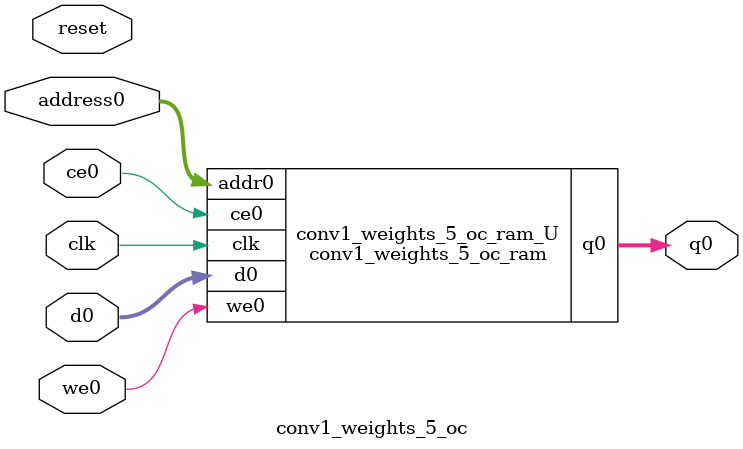
<source format=v>

`timescale 1 ns / 1 ps
module conv1_weights_5_oc_ram (addr0, ce0, d0, we0, q0,  clk);

parameter DWIDTH = 32;
parameter AWIDTH = 16;
parameter MEM_SIZE = 48000;

input[AWIDTH-1:0] addr0;
input ce0;
input[DWIDTH-1:0] d0;
input we0;
output reg[DWIDTH-1:0] q0;
input clk;

(* ram_style = "block" *)reg [DWIDTH-1:0] ram[0:MEM_SIZE-1];




always @(posedge clk)  
begin 
    if (ce0) 
    begin
        if (we0) 
        begin 
            ram[addr0] <= d0; 
            q0 <= d0;
        end 
        else 
            q0 <= ram[addr0];
    end
end


endmodule


`timescale 1 ns / 1 ps
module conv1_weights_5_oc(
    reset,
    clk,
    address0,
    ce0,
    we0,
    d0,
    q0);

parameter DataWidth = 32'd32;
parameter AddressRange = 32'd48000;
parameter AddressWidth = 32'd16;
input reset;
input clk;
input[AddressWidth - 1:0] address0;
input ce0;
input we0;
input[DataWidth - 1:0] d0;
output[DataWidth - 1:0] q0;



conv1_weights_5_oc_ram conv1_weights_5_oc_ram_U(
    .clk( clk ),
    .addr0( address0 ),
    .ce0( ce0 ),
    .we0( we0 ),
    .d0( d0 ),
    .q0( q0 ));

endmodule


</source>
